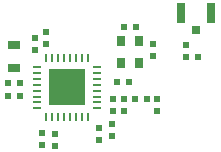
<source format=gtp>
G04*
G04 #@! TF.GenerationSoftware,Altium Limited,Altium Designer,21.0.3 (12)*
G04*
G04 Layer_Color=8421504*
%FSLAX24Y24*%
%MOIN*%
G70*
G04*
G04 #@! TF.SameCoordinates,1E16EE85-DA87-49D5-AC5D-84A0441416AD*
G04*
G04*
G04 #@! TF.FilePolarity,Positive*
G04*
G01*
G75*
%ADD15R,0.0208X0.0208*%
%ADD16R,0.0188X0.0228*%
%ADD17R,0.0288X0.0668*%
%ADD18R,0.0258X0.0288*%
%ADD19R,0.0308X0.0368*%
%ADD20R,0.0188X0.0228*%
%ADD21R,0.0448X0.0288*%
%ADD22R,0.1228X0.1228*%
%ADD23R,0.0304X0.0098*%
%ADD24R,0.0098X0.0304*%
%ADD25R,0.0228X0.0188*%
D15*
X7165Y5425D02*
D03*
D16*
X7170Y5015D02*
D03*
X1650Y4165D02*
D03*
Y3735D02*
D03*
X5490Y3630D02*
D03*
X5890D02*
D03*
X4885Y4180D02*
D03*
X5285D02*
D03*
X7170Y5015D02*
D03*
X7570D02*
D03*
X5120Y6025D02*
D03*
X5520D02*
D03*
D17*
X7010Y6485D02*
D03*
X8025D02*
D03*
D18*
X7515Y5930D02*
D03*
D19*
X5620Y5560D02*
D03*
X5000Y4810D02*
D03*
Y5560D02*
D03*
X5620Y4810D02*
D03*
D20*
X1250Y4165D02*
D03*
Y3735D02*
D03*
D21*
X1460Y5430D02*
D03*
Y4650D02*
D03*
D22*
X3215Y4005D02*
D03*
D23*
X4200Y4493D02*
D03*
Y4296D02*
D03*
Y4099D02*
D03*
Y3901D02*
D03*
Y3704D02*
D03*
Y3507D02*
D03*
X2225D02*
D03*
Y3704D02*
D03*
Y3901D02*
D03*
Y4099D02*
D03*
Y4296D02*
D03*
Y4493D02*
D03*
X4200Y4690D02*
D03*
Y3310D02*
D03*
X2225D02*
D03*
Y4690D02*
D03*
D24*
X3703Y3010D02*
D03*
X3506D02*
D03*
X3309D02*
D03*
X3111D02*
D03*
X2914D02*
D03*
X2717D02*
D03*
Y4990D02*
D03*
X2914D02*
D03*
X3111D02*
D03*
X3309D02*
D03*
X3506D02*
D03*
X3703D02*
D03*
X3900Y3010D02*
D03*
X2520D02*
D03*
Y4990D02*
D03*
X3900D02*
D03*
D25*
X2135Y5265D02*
D03*
Y5665D02*
D03*
X2530Y5470D02*
D03*
Y5870D02*
D03*
X2395Y2080D02*
D03*
Y2480D02*
D03*
X2810Y2070D02*
D03*
Y2470D02*
D03*
X4285Y2260D02*
D03*
Y2660D02*
D03*
X4730Y2380D02*
D03*
Y2780D02*
D03*
X4735Y3235D02*
D03*
Y3635D02*
D03*
X5125Y3235D02*
D03*
Y3635D02*
D03*
X6225Y3230D02*
D03*
Y3630D02*
D03*
X6075Y5045D02*
D03*
Y5445D02*
D03*
M02*

</source>
